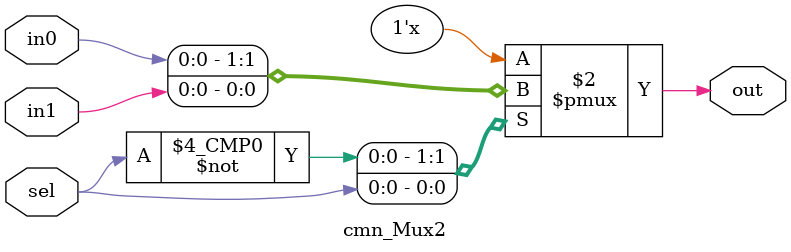
<source format=v>
module cmn_Mux2 (
	in0,
	in1,
	sel,
	out
);
	parameter p_nbits = 1;
	input wire [p_nbits - 1:0] in0;
	input wire [p_nbits - 1:0] in1;
	input wire sel;
	output reg [p_nbits - 1:0] out;
	always @(*)
		case (sel)
			1'd0: out = in0;
			1'd1: out = in1;
			default: out = {p_nbits {1'bx}};
		endcase
endmodule

</source>
